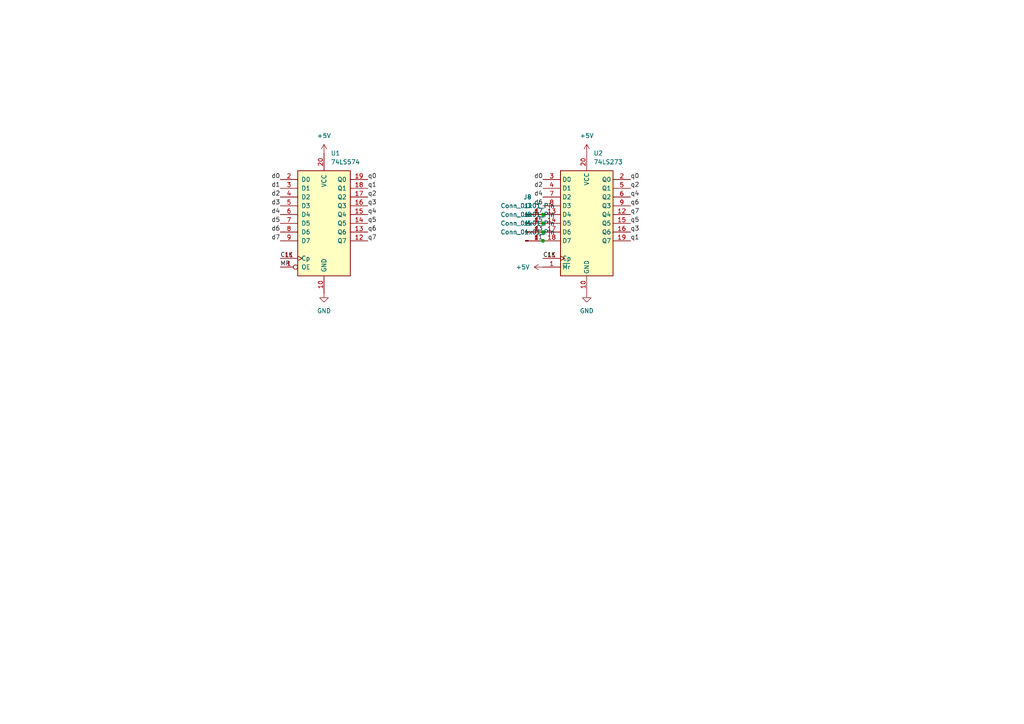
<source format=kicad_sch>
(kicad_sch (version 20230121) (generator eeschema)
  (paper "A4")
  (lib_symbols
    (symbol "74xx:74LS273"
      (property "Reference" "U" (at -7.62 16.51 0))
      (property "Value" "74LS273" (at -7.62 -16.51 0))
      (symbol "74LS273_1_0"
        (pin input line (at -12.7 -12.7 0) (length 5.08) (name "~{Mr}") (number "1"))
        (pin power_in line (at 0 -20.32 90) (length 5.08) (name "GND") (number "10"))
        (pin input clock (at -12.7 -10.16 0) (length 5.08) (name "Cp") (number "11"))
        (pin output line (at 12.7 2.54 180) (length 5.08) (name "Q4") (number "12"))
        (pin input line (at -12.7 2.54 0) (length 5.08) (name "D4") (number "13"))
        (pin input line (at -12.7 0 0) (length 5.08) (name "D5") (number "14"))
        (pin output line (at 12.7 0 180) (length 5.08) (name "Q5") (number "15"))
        (pin output line (at 12.7 -2.54 180) (length 5.08) (name "Q6") (number "16"))
        (pin input line (at -12.7 -2.54 0) (length 5.08) (name "D6") (number "17"))
        (pin input line (at -12.7 -5.08 0) (length 5.08) (name "D7") (number "18"))
        (pin output line (at 12.7 -5.08 180) (length 5.08) (name "Q7") (number "19"))
        (pin output line (at 12.7 12.7 180) (length 5.08) (name "Q0") (number "2"))
        (pin power_in line (at 0 20.32 270) (length 5.08) (name "VCC") (number "20"))
        (pin input line (at -12.7 12.7 0) (length 5.08) (name "D0") (number "3"))
        (pin input line (at -12.7 10.16 0) (length 5.08) (name "D1") (number "4"))
        (pin output line (at 12.7 10.16 180) (length 5.08) (name "Q1") (number "5"))
        (pin output line (at 12.7 7.62 180) (length 5.08) (name "Q2") (number "6"))
        (pin input line (at -12.7 7.62 0) (length 5.08) (name "D2") (number "7"))
        (pin input line (at -12.7 5.08 0) (length 5.08) (name "D3") (number "8"))
        (pin output line (at 12.7 5.08 180) (length 5.08) (name "Q3") (number "9"))
      )
      (symbol "74LS273_1_1"
        (rectangle (start -7.62 15.24) (end 7.62 -15.24) (stroke (width 0.254)) (fill (type background)))
      )
    )
    (symbol "74xx:74LS574" (pin_names (offset 1.016))
      (property "Reference" "U" (at -7.62 16.51 0))
      (property "Value" "74LS574" (at -7.62 -16.51 0))
      (symbol "74LS574_1_0"
        (pin input inverted (at -12.7 -12.7 0) (length 5.08) (name "OE") (number "1"))
        (pin power_in line (at 0 -20.32 90) (length 5.08) (name "GND") (number "10"))
        (pin input clock (at -12.7 -10.16 0) (length 5.08) (name "Cp") (number "11"))
        (pin tri_state line (at 12.7 -5.08 180) (length 5.08) (name "Q7") (number "12"))
        (pin tri_state line (at 12.7 -2.54 180) (length 5.08) (name "Q6") (number "13"))
        (pin tri_state line (at 12.7 0 180) (length 5.08) (name "Q5") (number "14"))
        (pin tri_state line (at 12.7 2.54 180) (length 5.08) (name "Q4") (number "15"))
        (pin tri_state line (at 12.7 5.08 180) (length 5.08) (name "Q3") (number "16"))
        (pin tri_state line (at 12.7 7.62 180) (length 5.08) (name "Q2") (number "17"))
        (pin tri_state line (at 12.7 10.16 180) (length 5.08) (name "Q1") (number "18"))
        (pin tri_state line (at 12.7 12.7 180) (length 5.08) (name "Q0") (number "19"))
        (pin input line (at -12.7 12.7 0) (length 5.08) (name "D0") (number "2"))
        (pin power_in line (at 0 20.32 270) (length 5.08) (name "VCC") (number "20"))
        (pin input line (at -12.7 10.16 0) (length 5.08) (name "D1") (number "3"))
        (pin input line (at -12.7 7.62 0) (length 5.08) (name "D2") (number "4"))
        (pin input line (at -12.7 5.08 0) (length 5.08) (name "D3") (number "5"))
        (pin input line (at -12.7 2.54 0) (length 5.08) (name "D4") (number "6"))
        (pin input line (at -12.7 0 0) (length 5.08) (name "D5") (number "7"))
        (pin input line (at -12.7 -2.54 0) (length 5.08) (name "D6") (number "8"))
        (pin input line (at -12.7 -5.08 0) (length 5.08) (name "D7") (number "9"))
      )
      (symbol "74LS574_1_1"
        (rectangle (start -7.62 15.24) (end 7.62 -15.24) (stroke (width 0.254)) (fill (type background)))
      )
    )
    (symbol "Connector:Conn_01x01_Pin" (pin_names (offset 1.016) hide)
      (property "Reference" "J" (at 0 2.54 0))
      (property "Value" "Conn_01x01_Pin" (at 0 -2.54 0))
      (symbol "Conn_01x01_Pin_1_1"
        (polyline (pts (xy 1.27 0) (xy 0.8636 0)) (stroke (width 0.1524)))
        (rectangle (start 0.8636 0.127) (end 0 -0.127) (stroke (width 0.1524)) (fill (type outline)))
        (pin passive line (at 5.08 0 180) (length 3.81) (name "Pin_1") (number "1"))
      )
    )
    (symbol "power:+5V" (power) (pin_names (offset 0))
      (property "Value" "+5V" (at 0 3.556 0))
      (symbol "+5V_0_1"
        (polyline (pts (xy -0.762 1.27) (xy 0 2.54)))
        (polyline (pts (xy 0 0) (xy 0 2.54)))
        (polyline (pts (xy 0 2.54) (xy 0.762 1.27)))
      )
      (symbol "+5V_1_1"
        (pin power_in line (at 0 0 90) (length 0) hide (name "+5V") (number "1"))
      )
    )
    (symbol "power:GND" (power) (pin_names (offset 0))
      (property "Value" "GND" (at 0 -3.81 0))
      (symbol "GND_0_1"
        (polyline (pts (xy 0 0) (xy 0 -1.27) (xy 1.27 -1.27) (xy 0 -2.54) (xy -1.27 -1.27) (xy 0 -1.27)))
      )
      (symbol "GND_1_1"
        (pin power_in line (at 0 0 270) (length 0) hide (name "GND") (number "1"))
      )
    )
  )
  (junction (at 157.48 62.23))
  (junction (at 157.48 67.31))
  (junction (at 157.48 64.77))
  (junction (at 157.48 69.85))
  (label "q7" (at 106.68 69.85 0))
  (label "q4" (at 106.68 62.23 0))
  (label "d7" (at 81.28 69.85 180))
  (label "d3" (at 157.48 67.31 180))
  (label "q4" (at 182.88 57.15 0))
  (label "q0" (at 106.68 52.07 0))
  (label "q7" (at 182.88 62.23 0))
  (label "d6" (at 157.48 59.69 180))
  (label "d0" (at 81.28 52.07 180))
  (label "q1" (at 182.88 69.85 0))
  (label "q5" (at 106.68 64.77 0))
  (label "CLK" (at 157.48 74.93 0))
  (label "q6" (at 106.68 67.31 0))
  (label "d1" (at 157.48 69.85 180))
  (label "q2" (at 106.68 57.15 0))
  (label "q6" (at 182.88 59.69 0))
  (label "d3" (at 81.28 59.69 180))
  (label "MR" (at 81.28 77.47 0))
  (label "d2" (at 157.48 54.61 180))
  (label "d0" (at 157.48 52.07 180))
  (label "q5" (at 182.88 64.77 0))
  (label "d1" (at 81.28 54.61 180))
  (label "d4" (at 81.28 62.23 180))
  (label "d5" (at 81.28 64.77 180))
  (label "d6" (at 81.28 67.31 180))
  (label "d2" (at 81.28 57.15 180))
  (label "q1" (at 106.68 54.61 0))
  (label "q3" (at 106.68 59.69 0))
  (label "q3" (at 182.88 67.31 0))
  (label "q2" (at 182.88 54.61 0))
  (label "d7" (at 157.48 62.23 180))
  (label "d4" (at 157.48 57.15 180))
  (label "CLK" (at 81.28 74.93 0))
  (label "d5" (at 157.48 64.77 180))
  (label "q0" (at 182.88 52.07 0))
  (symbol (lib_id "Connector:Conn_01x01_Pin") (at 152.4 67.31 0) (unit 1)
    (property "Reference" "J6" (at 153.035 62.23 0))
    (property "Value" "Conn_01x01_Pin" (at 153.035 64.77 0))
    (property "Footprint" "Connector_PinHeader_2.54mm:PinHeader_1x01_P2.54mm_Vertical" (effects hide))
  )
  (symbol (lib_id "Connector:Conn_01x01_Pin") (at 152.4 67.31 0) (unit 1)
    (property "Reference" "J2" (at 153.035 62.23 0))
    (property "Value" "Conn_01x01_Pin" (at 153.035 64.77 0))
    (property "Footprint" "Connector_PinHeader_2.54mm:PinHeader_1x01_P2.54mm_Vertical" (effects hide))
  )
  (symbol (lib_id "power:GND") (at 93.98 85.09 0) (unit 1)
    (property "Reference" "#PWR01" (effects hide))
    (property "Value" "GND" (at 93.98 90.17 0))
  )
  (symbol (lib_id "power:+5V") (at 93.98 44.45 0) (unit 1)
    (property "Reference" "#PWR02" (effects hide))
    (property "Value" "+5V" (at 93.98 39.37 0))
  )
  (symbol (lib_id "74xx:74LS574") (at 93.98 64.77 0) (unit 1)
    (property "Reference" "U1" (at 95.9359 44.45 0) (effects (justify left)))
    (property "Value" "74LS574" (at 95.9359 46.99 0) (effects (justify left)))
    (property "Footprint" "Package_DIP:DIP-20_W7.62mm" (effects hide))
    (property "Datasheet" "http://www.ti.com/lit/gpn/sn74LS574" (effects hide))
  )
  (symbol (lib_id "Connector:Conn_01x01_Pin") (at 152.4 64.77 0) (unit 1)
    (property "Reference" "J3" (at 153.035 59.69 0))
    (property "Value" "Conn_01x01_Pin" (at 153.035 62.23 0))
    (property "Footprint" "Connector_PinHeader_2.54mm:PinHeader_1x01_P2.54mm_Vertical" (effects hide))
  )
  (symbol (lib_id "Connector:Conn_01x01_Pin") (at 152.4 62.23 0) (unit 1)
    (property "Reference" "J8" (at 153.035 57.15 0))
    (property "Value" "Conn_01x01_Pin" (at 153.035 59.69 0))
    (property "Footprint" "Connector_PinHeader_2.54mm:PinHeader_1x01_P2.54mm_Vertical" (effects hide))
  )
  (symbol (lib_id "Connector:Conn_01x01_Pin") (at 152.4 64.77 0) (unit 1)
    (property "Reference" "J7" (at 153.035 59.69 0))
    (property "Value" "Conn_01x01_Pin" (at 153.035 62.23 0))
    (property "Footprint" "Connector_PinHeader_2.54mm:PinHeader_1x01_P2.54mm_Vertical" (effects hide))
  )
  (symbol (lib_id "power:GND") (at 170.18 85.09 0) (unit 1)
    (property "Reference" "#PWR04" (effects hide))
    (property "Value" "GND" (at 170.18 90.17 0))
  )
  (symbol (lib_id "Connector:Conn_01x01_Pin") (at 152.4 69.85 0) (unit 1)
    (property "Reference" "J1" (at 153.035 64.77 0))
    (property "Value" "Conn_01x01_Pin" (at 153.035 67.31 0))
    (property "Footprint" "Connector_PinHeader_2.54mm:PinHeader_1x01_P2.54mm_Vertical" (effects hide))
  )
  (symbol (lib_id "Connector:Conn_01x01_Pin") (at 152.4 62.23 0) (unit 1)
    (property "Reference" "J4" (at 153.035 57.15 0))
    (property "Value" "Conn_01x01_Pin" (at 153.035 59.69 0))
    (property "Footprint" "Connector_PinHeader_2.54mm:PinHeader_1x01_P2.54mm_Vertical" (effects hide))
  )
  (symbol (lib_id "74xx:74LS273") (at 170.18 64.77 0) (unit 1)
    (property "Reference" "U2" (at 172.1359 44.45 0) (effects (justify left)))
    (property "Value" "74LS273" (at 172.1359 46.99 0) (effects (justify left)))
    (property "Footprint" "Package_DIP:DIP-20_W7.62mm" (effects hide))
    (property "Datasheet" "http://www.ti.com/lit/gpn/sn74LS273" (effects hide))
  )
  (symbol (lib_id "Connector:Conn_01x01_Pin") (at 152.4 69.85 0) (unit 1)
    (property "Reference" "J5" (at 153.035 64.77 0))
    (property "Value" "Conn_01x01_Pin" (at 153.035 67.31 0))
    (property "Footprint" "Connector_PinHeader_2.54mm:PinHeader_1x01_P2.54mm_Vertical" (effects hide))
  )
  (symbol (lib_id "power:+5V") (at 170.18 44.45 0) (unit 1)
    (property "Reference" "#PWR03" (effects hide))
    (property "Value" "+5V" (at 170.18 39.37 0))
  )
  (symbol (lib_id "power:+5V") (at 157.48 77.47 90) (unit 1)
    (property "Reference" "#PWR05" (effects hide))
    (property "Value" "+5V" (at 153.67 77.47 90) (effects (justify left)))
  )
)
</source>
